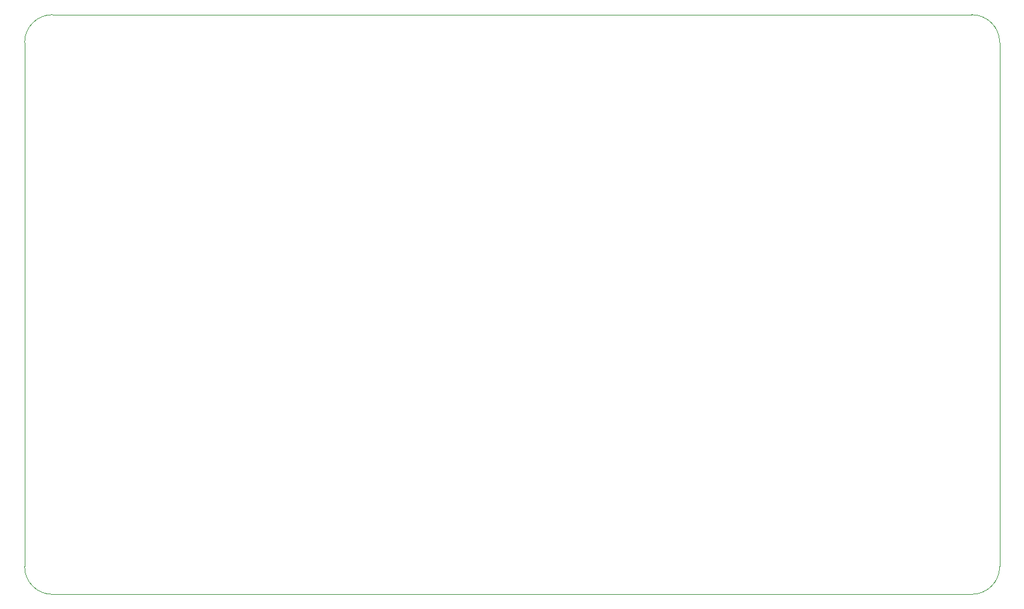
<source format=gm1>
G04 #@! TF.GenerationSoftware,KiCad,Pcbnew,7.0.5-0*
G04 #@! TF.CreationDate,2023-06-10T23:19:27+02:00*
G04 #@! TF.ProjectId,Cryologger AWS,4372796f-6c6f-4676-9765-72204157532e,rev?*
G04 #@! TF.SameCoordinates,Original*
G04 #@! TF.FileFunction,Profile,NP*
%FSLAX46Y46*%
G04 Gerber Fmt 4.6, Leading zero omitted, Abs format (unit mm)*
G04 Created by KiCad (PCBNEW 7.0.5-0) date 2023-06-10 23:19:27*
%MOMM*%
%LPD*%
G01*
G04 APERTURE LIST*
G04 #@! TA.AperFunction,Profile*
%ADD10C,0.050000*%
G04 #@! TD*
G04 APERTURE END LIST*
D10*
X217170000Y-136525000D02*
G75*
G03*
X220980000Y-132715000I0J3810000D01*
G01*
X91440000Y-57150000D02*
G75*
G03*
X87630000Y-60960000I0J-3810000D01*
G01*
X87630000Y-132715000D02*
X87630000Y-60960000D01*
X87630000Y-132715000D02*
G75*
G03*
X91440000Y-136525000I3810000J0D01*
G01*
X220980000Y-60960000D02*
X220980000Y-132715000D01*
X220980000Y-60960000D02*
G75*
G03*
X217170000Y-57150000I-3810000J0D01*
G01*
X91440000Y-136525000D02*
X217170000Y-136525000D01*
X91440000Y-57150000D02*
X217170000Y-57150000D01*
M02*

</source>
